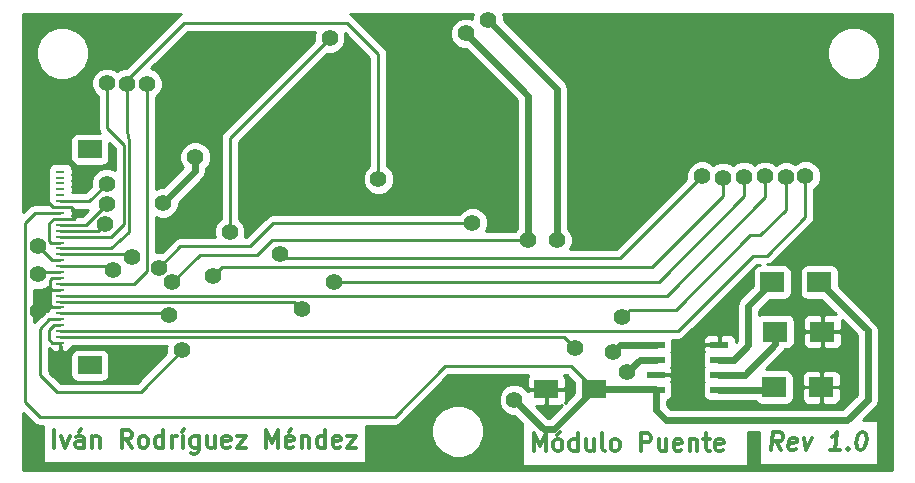
<source format=gbr>
G04 #@! TF.FileFunction,Copper,L1,Top,Signal*
%FSLAX46Y46*%
G04 Gerber Fmt 4.6, Leading zero omitted, Abs format (unit mm)*
G04 Created by KiCad (PCBNEW 4.0.7-e2-6376~60~ubuntu17.10.1) date Tue Apr 10 15:37:57 2018*
%MOMM*%
%LPD*%
G01*
G04 APERTURE LIST*
%ADD10C,0.100000*%
%ADD11C,0.300000*%
%ADD12R,2.000000X1.600000*%
%ADD13R,2.000000X1.700000*%
%ADD14R,0.800000X0.200000*%
%ADD15R,2.000000X1.500000*%
%ADD16R,1.550000X0.600000*%
%ADD17C,1.400000*%
%ADD18C,0.250000*%
%ADD19C,0.600000*%
%ADD20C,0.254000*%
G04 APERTURE END LIST*
D10*
D11*
X79853337Y22407489D02*
X79442622Y23121774D01*
X78996194Y22407489D02*
X79183694Y23907489D01*
X79755122Y23907489D01*
X79889051Y23836060D01*
X79951550Y23764631D01*
X80005122Y23621774D01*
X79978337Y23407489D01*
X79889050Y23264631D01*
X79808694Y23193203D01*
X79656907Y23121774D01*
X79085479Y23121774D01*
X81076550Y22478917D02*
X80924765Y22407489D01*
X80639051Y22407489D01*
X80505122Y22478917D01*
X80451550Y22621774D01*
X80522979Y23193203D01*
X80612265Y23336060D01*
X80764051Y23407489D01*
X81049765Y23407489D01*
X81183693Y23336060D01*
X81237265Y23193203D01*
X81219408Y23050346D01*
X80487265Y22907489D01*
X81764051Y23407489D02*
X81996194Y22407489D01*
X82478336Y23407489D01*
X84853336Y22407489D02*
X83996193Y22407489D01*
X84424765Y22407489D02*
X84612265Y23907489D01*
X84442622Y23693203D01*
X84281907Y23550346D01*
X84130121Y23478917D01*
X85514050Y22550346D02*
X85576549Y22478917D01*
X85496193Y22407489D01*
X85433692Y22478917D01*
X85514050Y22550346D01*
X85496193Y22407489D01*
X86683693Y23907489D02*
X86826550Y23907489D01*
X86960478Y23836060D01*
X87022978Y23764631D01*
X87076550Y23621774D01*
X87112264Y23336060D01*
X87067621Y22978917D01*
X86960479Y22693203D01*
X86871193Y22550346D01*
X86790835Y22478917D01*
X86639050Y22407489D01*
X86496193Y22407489D01*
X86362264Y22478917D01*
X86299764Y22550346D01*
X86246193Y22693203D01*
X86210478Y22978917D01*
X86255121Y23336060D01*
X86362264Y23621774D01*
X86451549Y23764631D01*
X86531907Y23836060D01*
X86683693Y23907489D01*
X58913832Y22316049D02*
X58913832Y23816049D01*
X59413832Y22744620D01*
X59913832Y23816049D01*
X59913832Y22316049D01*
X60842404Y22316049D02*
X60699546Y22387477D01*
X60628118Y22458906D01*
X60556689Y22601763D01*
X60556689Y23030334D01*
X60628118Y23173191D01*
X60699546Y23244620D01*
X60842404Y23316049D01*
X61056689Y23316049D01*
X61199546Y23244620D01*
X61270975Y23173191D01*
X61342404Y23030334D01*
X61342404Y22601763D01*
X61270975Y22458906D01*
X61199546Y22387477D01*
X61056689Y22316049D01*
X60842404Y22316049D01*
X61128118Y23887477D02*
X60913832Y23673191D01*
X62628118Y22316049D02*
X62628118Y23816049D01*
X62628118Y22387477D02*
X62485261Y22316049D01*
X62199547Y22316049D01*
X62056689Y22387477D01*
X61985261Y22458906D01*
X61913832Y22601763D01*
X61913832Y23030334D01*
X61985261Y23173191D01*
X62056689Y23244620D01*
X62199547Y23316049D01*
X62485261Y23316049D01*
X62628118Y23244620D01*
X63985261Y23316049D02*
X63985261Y22316049D01*
X63342404Y23316049D02*
X63342404Y22530334D01*
X63413832Y22387477D01*
X63556690Y22316049D01*
X63770975Y22316049D01*
X63913832Y22387477D01*
X63985261Y22458906D01*
X64913833Y22316049D02*
X64770975Y22387477D01*
X64699547Y22530334D01*
X64699547Y23816049D01*
X65699547Y22316049D02*
X65556689Y22387477D01*
X65485261Y22458906D01*
X65413832Y22601763D01*
X65413832Y23030334D01*
X65485261Y23173191D01*
X65556689Y23244620D01*
X65699547Y23316049D01*
X65913832Y23316049D01*
X66056689Y23244620D01*
X66128118Y23173191D01*
X66199547Y23030334D01*
X66199547Y22601763D01*
X66128118Y22458906D01*
X66056689Y22387477D01*
X65913832Y22316049D01*
X65699547Y22316049D01*
X67985261Y22316049D02*
X67985261Y23816049D01*
X68556689Y23816049D01*
X68699547Y23744620D01*
X68770975Y23673191D01*
X68842404Y23530334D01*
X68842404Y23316049D01*
X68770975Y23173191D01*
X68699547Y23101763D01*
X68556689Y23030334D01*
X67985261Y23030334D01*
X70128118Y23316049D02*
X70128118Y22316049D01*
X69485261Y23316049D02*
X69485261Y22530334D01*
X69556689Y22387477D01*
X69699547Y22316049D01*
X69913832Y22316049D01*
X70056689Y22387477D01*
X70128118Y22458906D01*
X71413832Y22387477D02*
X71270975Y22316049D01*
X70985261Y22316049D01*
X70842404Y22387477D01*
X70770975Y22530334D01*
X70770975Y23101763D01*
X70842404Y23244620D01*
X70985261Y23316049D01*
X71270975Y23316049D01*
X71413832Y23244620D01*
X71485261Y23101763D01*
X71485261Y22958906D01*
X70770975Y22816049D01*
X72128118Y23316049D02*
X72128118Y22316049D01*
X72128118Y23173191D02*
X72199546Y23244620D01*
X72342404Y23316049D01*
X72556689Y23316049D01*
X72699546Y23244620D01*
X72770975Y23101763D01*
X72770975Y22316049D01*
X73270975Y23316049D02*
X73842404Y23316049D01*
X73485261Y23816049D02*
X73485261Y22530334D01*
X73556689Y22387477D01*
X73699547Y22316049D01*
X73842404Y22316049D01*
X74913832Y22387477D02*
X74770975Y22316049D01*
X74485261Y22316049D01*
X74342404Y22387477D01*
X74270975Y22530334D01*
X74270975Y23101763D01*
X74342404Y23244620D01*
X74485261Y23316049D01*
X74770975Y23316049D01*
X74913832Y23244620D01*
X74985261Y23101763D01*
X74985261Y22958906D01*
X74270975Y22816049D01*
X18321974Y22585289D02*
X18321974Y24085289D01*
X18893403Y23585289D02*
X19250546Y22585289D01*
X19607688Y23585289D01*
X20821974Y22585289D02*
X20821974Y23371003D01*
X20750545Y23513860D01*
X20607688Y23585289D01*
X20321974Y23585289D01*
X20179117Y23513860D01*
X20821974Y22656717D02*
X20679117Y22585289D01*
X20321974Y22585289D01*
X20179117Y22656717D01*
X20107688Y22799574D01*
X20107688Y22942431D01*
X20179117Y23085289D01*
X20321974Y23156717D01*
X20679117Y23156717D01*
X20821974Y23228146D01*
X20607688Y24156717D02*
X20393403Y23942431D01*
X21536260Y23585289D02*
X21536260Y22585289D01*
X21536260Y23442431D02*
X21607688Y23513860D01*
X21750546Y23585289D01*
X21964831Y23585289D01*
X22107688Y23513860D01*
X22179117Y23371003D01*
X22179117Y22585289D01*
X24893403Y22585289D02*
X24393403Y23299574D01*
X24036260Y22585289D02*
X24036260Y24085289D01*
X24607688Y24085289D01*
X24750546Y24013860D01*
X24821974Y23942431D01*
X24893403Y23799574D01*
X24893403Y23585289D01*
X24821974Y23442431D01*
X24750546Y23371003D01*
X24607688Y23299574D01*
X24036260Y23299574D01*
X25750546Y22585289D02*
X25607688Y22656717D01*
X25536260Y22728146D01*
X25464831Y22871003D01*
X25464831Y23299574D01*
X25536260Y23442431D01*
X25607688Y23513860D01*
X25750546Y23585289D01*
X25964831Y23585289D01*
X26107688Y23513860D01*
X26179117Y23442431D01*
X26250546Y23299574D01*
X26250546Y22871003D01*
X26179117Y22728146D01*
X26107688Y22656717D01*
X25964831Y22585289D01*
X25750546Y22585289D01*
X27536260Y22585289D02*
X27536260Y24085289D01*
X27536260Y22656717D02*
X27393403Y22585289D01*
X27107689Y22585289D01*
X26964831Y22656717D01*
X26893403Y22728146D01*
X26821974Y22871003D01*
X26821974Y23299574D01*
X26893403Y23442431D01*
X26964831Y23513860D01*
X27107689Y23585289D01*
X27393403Y23585289D01*
X27536260Y23513860D01*
X28250546Y22585289D02*
X28250546Y23585289D01*
X28250546Y23299574D02*
X28321974Y23442431D01*
X28393403Y23513860D01*
X28536260Y23585289D01*
X28679117Y23585289D01*
X29179117Y22585289D02*
X29179117Y23585289D01*
X29321974Y24156717D02*
X29107688Y23942431D01*
X30536260Y23585289D02*
X30536260Y22371003D01*
X30464831Y22228146D01*
X30393403Y22156717D01*
X30250546Y22085289D01*
X30036260Y22085289D01*
X29893403Y22156717D01*
X30536260Y22656717D02*
X30393403Y22585289D01*
X30107689Y22585289D01*
X29964831Y22656717D01*
X29893403Y22728146D01*
X29821974Y22871003D01*
X29821974Y23299574D01*
X29893403Y23442431D01*
X29964831Y23513860D01*
X30107689Y23585289D01*
X30393403Y23585289D01*
X30536260Y23513860D01*
X31893403Y23585289D02*
X31893403Y22585289D01*
X31250546Y23585289D02*
X31250546Y22799574D01*
X31321974Y22656717D01*
X31464832Y22585289D01*
X31679117Y22585289D01*
X31821974Y22656717D01*
X31893403Y22728146D01*
X33179117Y22656717D02*
X33036260Y22585289D01*
X32750546Y22585289D01*
X32607689Y22656717D01*
X32536260Y22799574D01*
X32536260Y23371003D01*
X32607689Y23513860D01*
X32750546Y23585289D01*
X33036260Y23585289D01*
X33179117Y23513860D01*
X33250546Y23371003D01*
X33250546Y23228146D01*
X32536260Y23085289D01*
X33750546Y23585289D02*
X34536260Y23585289D01*
X33750546Y22585289D01*
X34536260Y22585289D01*
X36250546Y22585289D02*
X36250546Y24085289D01*
X36750546Y23013860D01*
X37250546Y24085289D01*
X37250546Y22585289D01*
X38536260Y22656717D02*
X38393403Y22585289D01*
X38107689Y22585289D01*
X37964832Y22656717D01*
X37893403Y22799574D01*
X37893403Y23371003D01*
X37964832Y23513860D01*
X38107689Y23585289D01*
X38393403Y23585289D01*
X38536260Y23513860D01*
X38607689Y23371003D01*
X38607689Y23228146D01*
X37893403Y23085289D01*
X38393403Y24156717D02*
X38179118Y23942431D01*
X39250546Y23585289D02*
X39250546Y22585289D01*
X39250546Y23442431D02*
X39321974Y23513860D01*
X39464832Y23585289D01*
X39679117Y23585289D01*
X39821974Y23513860D01*
X39893403Y23371003D01*
X39893403Y22585289D01*
X41250546Y22585289D02*
X41250546Y24085289D01*
X41250546Y22656717D02*
X41107689Y22585289D01*
X40821975Y22585289D01*
X40679117Y22656717D01*
X40607689Y22728146D01*
X40536260Y22871003D01*
X40536260Y23299574D01*
X40607689Y23442431D01*
X40679117Y23513860D01*
X40821975Y23585289D01*
X41107689Y23585289D01*
X41250546Y23513860D01*
X42536260Y22656717D02*
X42393403Y22585289D01*
X42107689Y22585289D01*
X41964832Y22656717D01*
X41893403Y22799574D01*
X41893403Y23371003D01*
X41964832Y23513860D01*
X42107689Y23585289D01*
X42393403Y23585289D01*
X42536260Y23513860D01*
X42607689Y23371003D01*
X42607689Y23228146D01*
X41893403Y23085289D01*
X43107689Y23585289D02*
X43893403Y23585289D01*
X43107689Y22585289D01*
X43893403Y22585289D01*
D12*
X63973460Y27531060D03*
X59973460Y27531060D03*
D13*
X79086960Y36598860D03*
X83086960Y36598860D03*
X79353660Y32420560D03*
X83353660Y32420560D03*
X79264760Y27708860D03*
X83264760Y27708860D03*
D14*
X18829020Y31457060D03*
X18829020Y31957060D03*
X18829020Y32457060D03*
X18829020Y32957060D03*
X18829020Y33457060D03*
X18829020Y33957060D03*
X18829020Y34457060D03*
X18829020Y34957060D03*
X18829020Y35457060D03*
X18829020Y35957060D03*
X18829020Y36457060D03*
X18829020Y36957060D03*
X18829020Y37457060D03*
X18829020Y37957060D03*
X18829020Y38457060D03*
X18829020Y38957060D03*
X18829020Y39457060D03*
X18829020Y39957060D03*
X18829020Y40457060D03*
X18829020Y40957060D03*
X18829020Y41457060D03*
X18829020Y41957060D03*
X18829020Y42457060D03*
X18829020Y42957060D03*
X18829020Y43457060D03*
X18829020Y43957060D03*
X18829020Y44457060D03*
X18829020Y44957060D03*
X18829020Y45457060D03*
X18829020Y45957060D03*
D15*
X21329020Y29557060D03*
X21329020Y47857060D03*
D16*
X74630260Y27492960D03*
X74630260Y28762960D03*
X74630260Y30032960D03*
X74630260Y31302960D03*
X69230260Y31302960D03*
X69230260Y30032960D03*
X69230260Y28762960D03*
X69230260Y27492960D03*
D17*
X18559780Y29065220D03*
X16913860Y34175700D03*
X31623000Y43515280D03*
X29052520Y49187100D03*
X18519140Y47594520D03*
X42478960Y44777660D03*
X36306760Y44891960D03*
X85239860Y41978580D03*
X80238600Y45499020D03*
X66408300Y33652460D03*
X62384940Y31026100D03*
X81912460Y45577760D03*
X73149460Y45577760D03*
X37449760Y38986460D03*
X29143960Y30833060D03*
X76730860Y45539660D03*
X39250620Y34323020D03*
X41988740Y36614100D03*
X78503780Y45554900D03*
X28270200Y36586160D03*
X16954500Y37256720D03*
X66824860Y28966160D03*
X58417460Y40190420D03*
X53146960Y57655460D03*
X53718460Y41615360D03*
X27175460Y37833300D03*
X23253700Y37670740D03*
X65605660Y30718760D03*
X60881260Y40167560D03*
X55034180Y58823860D03*
X24919940Y38768020D03*
X45760640Y45303440D03*
X24432260Y53398420D03*
X22793960Y53433980D03*
X30248860Y47177960D03*
X27515820Y43319700D03*
X22738080Y43207940D03*
X57261760Y26642060D03*
X22738080Y44940220D03*
X74957940Y45443140D03*
X31762700Y37117020D03*
X28000960Y33804860D03*
X26146760Y53406040D03*
X22644100Y41562020D03*
X33159700Y40833040D03*
X41633140Y57274460D03*
X16913860Y39641780D03*
D18*
X18829020Y34457060D02*
X17195220Y34457060D01*
X18829020Y29334460D02*
X18829020Y31457060D01*
X18559780Y29065220D02*
X18829020Y29334460D01*
X17195220Y34457060D02*
X16913860Y34175700D01*
X18829020Y42957060D02*
X18185820Y42957060D01*
X31623000Y48153320D02*
X31623000Y43515280D01*
X30924500Y48851820D02*
X31623000Y48153320D01*
X29387800Y48851820D02*
X30924500Y48851820D01*
X29052520Y49187100D02*
X29387800Y48851820D01*
X17541240Y46616620D02*
X18519140Y47594520D01*
X17541240Y43601640D02*
X17541240Y46616620D01*
X18185820Y42957060D02*
X17541240Y43601640D01*
X36306760Y44891960D02*
X36421060Y44777660D01*
X36421060Y44777660D02*
X42478960Y44777660D01*
X85239860Y41978580D02*
X85183980Y41978580D01*
X18829020Y31457060D02*
X18161840Y31457060D01*
X18161840Y31457060D02*
X17871440Y31747460D01*
X17871440Y31747460D02*
X17871440Y32537400D01*
X17871440Y32537400D02*
X18291100Y32957060D01*
X18291100Y32957060D02*
X18829020Y32957060D01*
X17940020Y36111180D02*
X17940020Y34648140D01*
X18131100Y34457060D02*
X18829020Y34457060D01*
X17940020Y34648140D02*
X18131100Y34457060D01*
X18829020Y35957060D02*
X18094140Y35957060D01*
X18107720Y36957060D02*
X18829020Y36957060D01*
X17940020Y36789360D02*
X18107720Y36957060D01*
X17940020Y36111180D02*
X17940020Y36789360D01*
X18094140Y35957060D02*
X17940020Y36111180D01*
X18829020Y41957060D02*
X18284260Y41957060D01*
X18065898Y39907062D02*
X18829020Y39907062D01*
X17904460Y40068500D02*
X18065898Y39907062D01*
X17904460Y41577260D02*
X17904460Y40068500D01*
X18284260Y41957060D02*
X17904460Y41577260D01*
X18829020Y39907062D02*
X18829020Y39957060D01*
X18829020Y42957060D02*
X19770780Y42957060D01*
X19942880Y41957060D02*
X18829020Y41957060D01*
X20180300Y42194480D02*
X19942880Y41957060D01*
X20180300Y42547540D02*
X20180300Y42194480D01*
X19770780Y42957060D02*
X20180300Y42547540D01*
X18829020Y31957060D02*
X61453980Y31957060D01*
X80238600Y42732960D02*
X80238600Y45499020D01*
X78087220Y40581580D02*
X80238600Y42732960D01*
X77249020Y40581580D02*
X78087220Y40581580D01*
X70934580Y34267140D02*
X77249020Y40581580D01*
X67022980Y34267140D02*
X70934580Y34267140D01*
X66408300Y33652460D02*
X67022980Y34267140D01*
X61453980Y31957060D02*
X62384940Y31026100D01*
X81912460Y45577760D02*
X81912460Y42115740D01*
X71080300Y32457060D02*
X18829020Y32457060D01*
X77472540Y38849300D02*
X71080300Y32457060D01*
X78646020Y38849300D02*
X77472540Y38849300D01*
X81912460Y42115740D02*
X78646020Y38849300D01*
X81912460Y45577760D02*
X81912460Y45539660D01*
X18829020Y33457060D02*
X17899560Y33457060D01*
X66215260Y38643560D02*
X73149460Y45577760D01*
X37792660Y38643560D02*
X66215260Y38643560D01*
X37449760Y38986460D02*
X37792660Y38643560D01*
X25638760Y27327860D02*
X29143960Y30833060D01*
X18552160Y27327860D02*
X25638760Y27327860D01*
X17104360Y28775660D02*
X18552160Y27327860D01*
X17104360Y32661860D02*
X17104360Y28775660D01*
X17899560Y33457060D02*
X17104360Y32661860D01*
X76730860Y45539660D02*
X76730860Y43863260D01*
X38616580Y34957060D02*
X18829020Y34957060D01*
X39250620Y34323020D02*
X38616580Y34957060D01*
X69481700Y36614100D02*
X41988740Y36614100D01*
X76730860Y43863260D02*
X69481700Y36614100D01*
X78503780Y45554900D02*
X78503780Y43769280D01*
X70191560Y35457060D02*
X18829020Y35457060D01*
X78503780Y43769280D02*
X70191560Y35457060D01*
X18829020Y37457060D02*
X17154840Y37457060D01*
X36736020Y40190420D02*
X58417460Y40190420D01*
X35478720Y38933120D02*
X36736020Y40190420D01*
X30617160Y38933120D02*
X35478720Y38933120D01*
X28270200Y36586160D02*
X30617160Y38933120D01*
X17154840Y37457060D02*
X16954500Y37256720D01*
D19*
X67891660Y30032960D02*
X69230260Y30032960D01*
X66824860Y28966160D02*
X67891660Y30032960D01*
X58417460Y52384960D02*
X58417460Y40190420D01*
X53146960Y57655460D02*
X58417460Y52384960D01*
D18*
X18829020Y37957060D02*
X22967380Y37957060D01*
X36847780Y41615360D02*
X53718460Y41615360D01*
X34864040Y39631620D02*
X36847780Y41615360D01*
X28973780Y39631620D02*
X34864040Y39631620D01*
X27175460Y37833300D02*
X28973780Y39631620D01*
X22967380Y37957060D02*
X23253700Y37670740D01*
D19*
X66189860Y31302960D02*
X69230260Y31302960D01*
X65605660Y30718760D02*
X66189860Y31302960D01*
X60881260Y52976780D02*
X60881260Y40167560D01*
X55034180Y58823860D02*
X60881260Y52976780D01*
D18*
X18829020Y38957060D02*
X24730900Y38957060D01*
X24730900Y38957060D02*
X24919940Y38768020D01*
X24432260Y53398420D02*
X24432260Y53675280D01*
X45760640Y55897780D02*
X45760640Y45303440D01*
X43088560Y58569860D02*
X45760640Y55897780D01*
X29326840Y58569860D02*
X43088560Y58569860D01*
X24432260Y53675280D02*
X29326840Y58569860D01*
X24432260Y53398420D02*
X24432260Y49420780D01*
X23111460Y39457060D02*
X18829020Y39457060D01*
X24655780Y40840660D02*
X23111460Y39457060D01*
X24670990Y48557090D02*
X24655780Y40840660D01*
X24432260Y49420780D02*
X24670990Y48557090D01*
X22793960Y53433980D02*
X22793960Y49641760D01*
X23113940Y40457060D02*
X18829020Y40457060D01*
X24190960Y41534080D02*
X23113940Y40457060D01*
X24190960Y48244760D02*
X24190960Y41534080D01*
X22793960Y49641760D02*
X24190960Y48244760D01*
X18829020Y41457060D02*
X20987200Y41457060D01*
D19*
X30248860Y46052740D02*
X30248860Y47177960D01*
X27515820Y43319700D02*
X30248860Y46052740D01*
D18*
X20987200Y41457060D02*
X22738080Y43207940D01*
D19*
X60607960Y24165560D02*
X63973460Y27531060D01*
X59738260Y24165560D02*
X60607960Y24165560D01*
X57261760Y26642060D02*
X59738260Y24165560D01*
D18*
X18829020Y42457060D02*
X16650660Y42457060D01*
X62043060Y29461460D02*
X63973460Y27531060D01*
X51368960Y29461460D02*
X62043060Y29461460D01*
X47127160Y25219660D02*
X51368960Y29461460D01*
X17078960Y25219660D02*
X47127160Y25219660D01*
X15836900Y26461720D02*
X17078960Y25219660D01*
X15836900Y41643300D02*
X15836900Y26461720D01*
X16650660Y42457060D02*
X15836900Y41643300D01*
D19*
X69230260Y27492960D02*
X69230260Y25798760D01*
X87170260Y32515560D02*
X83086960Y36598860D01*
X87170260Y26642060D02*
X87170260Y32515560D01*
X85417660Y24889460D02*
X87170260Y26642060D01*
X70139560Y24889460D02*
X85417660Y24889460D01*
X69230260Y25798760D02*
X70139560Y24889460D01*
X63973460Y27531060D02*
X69192160Y27531060D01*
X69192160Y27531060D02*
X69230260Y27492960D01*
D18*
X18829020Y43457060D02*
X21254920Y43457060D01*
X21254920Y43457060D02*
X22738080Y44940220D01*
D19*
X74630260Y27492960D02*
X79048860Y27492960D01*
X79048860Y27492960D02*
X79264760Y27708860D01*
X79353660Y32420560D02*
X79353660Y31322260D01*
X76794360Y28762960D02*
X74630260Y28762960D01*
X79353660Y31322260D02*
X76794360Y28762960D01*
X74630260Y30032960D02*
X75854560Y30032960D01*
X77073760Y34585660D02*
X79086960Y36598860D01*
X77073760Y31252160D02*
X77073760Y34585660D01*
X75854560Y30032960D02*
X77073760Y31252160D01*
D18*
X18829020Y33957060D02*
X27848760Y33957060D01*
X74957940Y43878500D02*
X74957940Y45443140D01*
X68922900Y37843460D02*
X74957940Y43878500D01*
X32489140Y37843460D02*
X68922900Y37843460D01*
X31762700Y37117020D02*
X32489140Y37843460D01*
X27848760Y33957060D02*
X28000960Y33804860D01*
X25090560Y36457060D02*
X18829020Y36457060D01*
X26146760Y37513260D02*
X25090560Y36457060D01*
X26146760Y53406040D02*
X26146760Y37513260D01*
X22039140Y40957060D02*
X18829020Y40957060D01*
X22644100Y41562020D02*
X22039140Y40957060D01*
X33159700Y48801020D02*
X33159700Y40833040D01*
X41633140Y57274460D02*
X33159700Y48801020D01*
X18829020Y40907062D02*
X18829020Y40957060D01*
X18098580Y38457060D02*
X18829020Y38457060D01*
X16913860Y39641780D02*
X18098580Y38457060D01*
D20*
G36*
X89271060Y20697060D02*
X15691060Y20697060D01*
X15691060Y25532758D01*
X16541559Y24682259D01*
X16788121Y24517512D01*
X17078960Y24459660D01*
X17329831Y24459660D01*
X17329831Y21278860D01*
X44742689Y21278860D01*
X44742689Y23544441D01*
X50245673Y23544441D01*
X50585215Y22722688D01*
X51213381Y22093424D01*
X52034541Y21752449D01*
X52923679Y21751673D01*
X53745432Y22091215D01*
X54374696Y22719381D01*
X54715671Y23540541D01*
X54716447Y24429679D01*
X54376905Y25251432D01*
X53748739Y25880696D01*
X52927579Y26221671D01*
X52038441Y26222447D01*
X51216688Y25882905D01*
X50587424Y25254739D01*
X50246449Y24433579D01*
X50245673Y23544441D01*
X44742689Y23544441D01*
X44742689Y24459660D01*
X47127160Y24459660D01*
X47417999Y24517512D01*
X47664561Y24682259D01*
X51683762Y28701460D01*
X58445834Y28701460D01*
X58435133Y28690759D01*
X58338460Y28457370D01*
X58338460Y27712810D01*
X58497210Y27554060D01*
X59950460Y27554060D01*
X59950460Y27574060D01*
X59996460Y27574060D01*
X59996460Y27554060D01*
X61449710Y27554060D01*
X61608460Y27712810D01*
X61608460Y28457370D01*
X61511787Y28690759D01*
X61501086Y28701460D01*
X61728258Y28701460D01*
X62326020Y28103698D01*
X62326020Y27205910D01*
X61526153Y26406043D01*
X61608460Y26604750D01*
X61608460Y27349310D01*
X61449710Y27508060D01*
X59996460Y27508060D01*
X59996460Y26254810D01*
X60155210Y26096060D01*
X61099769Y26096060D01*
X61298478Y26178368D01*
X60220670Y25100560D01*
X60125550Y25100560D01*
X59130050Y26096060D01*
X59791710Y26096060D01*
X59950460Y26254810D01*
X59950460Y27508060D01*
X58497210Y27508060D01*
X58390312Y27401162D01*
X58018964Y27773158D01*
X57528473Y27976828D01*
X56997377Y27977291D01*
X56506531Y27774478D01*
X56130662Y27399264D01*
X55926992Y26908773D01*
X55926529Y26377677D01*
X56129342Y25886831D01*
X56504556Y25510962D01*
X56995047Y25307292D01*
X57274482Y25307048D01*
X57921689Y24659841D01*
X57921689Y21009620D01*
X77048832Y21009620D01*
X77048832Y23954460D01*
X77995122Y23954460D01*
X77995122Y21101060D01*
X88095478Y21101060D01*
X88095478Y24921060D01*
X86771550Y24921060D01*
X87831405Y25980915D01*
X88034087Y26284251D01*
X88105260Y26642060D01*
X88105260Y32515560D01*
X88034087Y32873369D01*
X87831405Y33176705D01*
X84734400Y36273710D01*
X84734400Y37448860D01*
X84690122Y37684177D01*
X84551050Y37900301D01*
X84338850Y38045291D01*
X84086960Y38096300D01*
X82086960Y38096300D01*
X81851643Y38052022D01*
X81635519Y37912950D01*
X81490529Y37700750D01*
X81439520Y37448860D01*
X81439520Y35748860D01*
X81483798Y35513543D01*
X81622870Y35297419D01*
X81835070Y35152429D01*
X82086960Y35101420D01*
X83262110Y35101420D01*
X84457970Y33905560D01*
X83535410Y33905560D01*
X83376660Y33746810D01*
X83376660Y32443560D01*
X84829910Y32443560D01*
X84988660Y32602310D01*
X84988660Y33374870D01*
X86235260Y32128270D01*
X86235260Y27029350D01*
X85030370Y25824460D01*
X70526850Y25824460D01*
X70165260Y26186050D01*
X70165260Y26575626D01*
X70240577Y26589798D01*
X70456701Y26728870D01*
X70601691Y26941070D01*
X70652700Y27192960D01*
X70652700Y27792960D01*
X70608422Y28028277D01*
X70550082Y28118940D01*
X70640260Y28336650D01*
X70640260Y28581210D01*
X70481510Y28739960D01*
X69253260Y28739960D01*
X69253260Y28719960D01*
X69207260Y28719960D01*
X69207260Y28739960D01*
X69187260Y28739960D01*
X69187260Y28785960D01*
X69207260Y28785960D01*
X69207260Y28805960D01*
X69253260Y28805960D01*
X69253260Y28785960D01*
X70481510Y28785960D01*
X70640260Y28944710D01*
X70640260Y29189270D01*
X70550454Y29406082D01*
X70601691Y29481070D01*
X70652700Y29732960D01*
X70652700Y30332960D01*
X70608422Y30568277D01*
X70544582Y30667488D01*
X70601691Y30751070D01*
X70652700Y31002960D01*
X70652700Y31602960D01*
X70634994Y31697060D01*
X71080300Y31697060D01*
X71242229Y31729270D01*
X73220260Y31729270D01*
X73220260Y31484710D01*
X73379010Y31325960D01*
X74607260Y31325960D01*
X74607260Y32079210D01*
X74448510Y32237960D01*
X73728951Y32237960D01*
X73495562Y32141287D01*
X73316933Y31962659D01*
X73220260Y31729270D01*
X71242229Y31729270D01*
X71371139Y31754912D01*
X71617701Y31919659D01*
X77787343Y38089300D01*
X78049758Y38089300D01*
X77851643Y38052022D01*
X77635519Y37912950D01*
X77490529Y37700750D01*
X77439520Y37448860D01*
X77439520Y36273710D01*
X76412615Y35246805D01*
X76209933Y34943469D01*
X76138760Y34585660D01*
X76138760Y31639450D01*
X76040260Y31540950D01*
X76040260Y31729270D01*
X75943587Y31962659D01*
X75764958Y32141287D01*
X75531569Y32237960D01*
X74812010Y32237960D01*
X74653260Y32079210D01*
X74653260Y31325960D01*
X74673260Y31325960D01*
X74673260Y31279960D01*
X74653260Y31279960D01*
X74653260Y31259960D01*
X74607260Y31259960D01*
X74607260Y31279960D01*
X73379010Y31279960D01*
X73220260Y31121210D01*
X73220260Y30876650D01*
X73310066Y30659838D01*
X73258829Y30584850D01*
X73207820Y30332960D01*
X73207820Y29732960D01*
X73252098Y29497643D01*
X73315938Y29398432D01*
X73258829Y29314850D01*
X73207820Y29062960D01*
X73207820Y28462960D01*
X73252098Y28227643D01*
X73315938Y28128432D01*
X73258829Y28044850D01*
X73207820Y27792960D01*
X73207820Y27192960D01*
X73252098Y26957643D01*
X73391170Y26741519D01*
X73603370Y26596529D01*
X73855260Y26545520D01*
X75405260Y26545520D01*
X75471373Y26557960D01*
X77703800Y26557960D01*
X77800670Y26407419D01*
X78012870Y26262429D01*
X78264760Y26211420D01*
X80264760Y26211420D01*
X80500077Y26255698D01*
X80716201Y26394770D01*
X80861191Y26606970D01*
X80912200Y26858860D01*
X80912200Y27527110D01*
X81629760Y27527110D01*
X81629760Y26732550D01*
X81726433Y26499161D01*
X81905062Y26320533D01*
X82138451Y26223860D01*
X83083010Y26223860D01*
X83241760Y26382610D01*
X83241760Y27685860D01*
X83287760Y27685860D01*
X83287760Y26382610D01*
X83446510Y26223860D01*
X84391069Y26223860D01*
X84624458Y26320533D01*
X84803087Y26499161D01*
X84899760Y26732550D01*
X84899760Y27527110D01*
X84741010Y27685860D01*
X83287760Y27685860D01*
X83241760Y27685860D01*
X81788510Y27685860D01*
X81629760Y27527110D01*
X80912200Y27527110D01*
X80912200Y28558860D01*
X80888434Y28685170D01*
X81629760Y28685170D01*
X81629760Y27890610D01*
X81788510Y27731860D01*
X83241760Y27731860D01*
X83241760Y29035110D01*
X83287760Y29035110D01*
X83287760Y27731860D01*
X84741010Y27731860D01*
X84899760Y27890610D01*
X84899760Y28685170D01*
X84803087Y28918559D01*
X84624458Y29097187D01*
X84391069Y29193860D01*
X83446510Y29193860D01*
X83287760Y29035110D01*
X83241760Y29035110D01*
X83083010Y29193860D01*
X82138451Y29193860D01*
X81905062Y29097187D01*
X81726433Y28918559D01*
X81629760Y28685170D01*
X80888434Y28685170D01*
X80867922Y28794177D01*
X80728850Y29010301D01*
X80516650Y29155291D01*
X80264760Y29206300D01*
X78559990Y29206300D01*
X80014805Y30661115D01*
X80189871Y30923120D01*
X80353660Y30923120D01*
X80588977Y30967398D01*
X80805101Y31106470D01*
X80950091Y31318670D01*
X81001100Y31570560D01*
X81001100Y32238810D01*
X81718660Y32238810D01*
X81718660Y31444250D01*
X81815333Y31210861D01*
X81993962Y31032233D01*
X82227351Y30935560D01*
X83171910Y30935560D01*
X83330660Y31094310D01*
X83330660Y32397560D01*
X83376660Y32397560D01*
X83376660Y31094310D01*
X83535410Y30935560D01*
X84479969Y30935560D01*
X84713358Y31032233D01*
X84891987Y31210861D01*
X84988660Y31444250D01*
X84988660Y32238810D01*
X84829910Y32397560D01*
X83376660Y32397560D01*
X83330660Y32397560D01*
X81877410Y32397560D01*
X81718660Y32238810D01*
X81001100Y32238810D01*
X81001100Y33270560D01*
X80977334Y33396870D01*
X81718660Y33396870D01*
X81718660Y32602310D01*
X81877410Y32443560D01*
X83330660Y32443560D01*
X83330660Y33746810D01*
X83171910Y33905560D01*
X82227351Y33905560D01*
X81993962Y33808887D01*
X81815333Y33630259D01*
X81718660Y33396870D01*
X80977334Y33396870D01*
X80956822Y33505877D01*
X80817750Y33722001D01*
X80605550Y33866991D01*
X80353660Y33918000D01*
X78353660Y33918000D01*
X78118343Y33873722D01*
X78008760Y33803207D01*
X78008760Y34198370D01*
X78911810Y35101420D01*
X80086960Y35101420D01*
X80322277Y35145698D01*
X80538401Y35284770D01*
X80683391Y35496970D01*
X80734400Y35748860D01*
X80734400Y37448860D01*
X80690122Y37684177D01*
X80551050Y37900301D01*
X80338850Y38045291D01*
X80086960Y38096300D01*
X78681211Y38096300D01*
X78936859Y38147152D01*
X79183421Y38311899D01*
X82449861Y41578339D01*
X82614608Y41824901D01*
X82672460Y42115740D01*
X82672460Y44450105D01*
X83043558Y44820556D01*
X83247228Y45311047D01*
X83247691Y45842143D01*
X83044878Y46332989D01*
X82669664Y46708858D01*
X82179173Y46912528D01*
X81648077Y46912991D01*
X81157231Y46710178D01*
X81036347Y46589504D01*
X80995804Y46630118D01*
X80505313Y46833788D01*
X79974217Y46834251D01*
X79483371Y46631438D01*
X79399264Y46547477D01*
X79260984Y46685998D01*
X78770493Y46889668D01*
X78239397Y46890131D01*
X77748551Y46687318D01*
X77609800Y46548809D01*
X77488064Y46670758D01*
X76997573Y46874428D01*
X76466477Y46874891D01*
X75975631Y46672078D01*
X75796240Y46493000D01*
X75715144Y46574238D01*
X75224653Y46777908D01*
X74693557Y46778371D01*
X74202711Y46575558D01*
X74121079Y46494068D01*
X73906664Y46708858D01*
X73416173Y46912528D01*
X72885077Y46912991D01*
X72394231Y46710178D01*
X72018362Y46334964D01*
X71814692Y45844473D01*
X71814232Y45317334D01*
X65900458Y39403560D01*
X62005550Y39403560D01*
X62012358Y39410356D01*
X62216028Y39900847D01*
X62216491Y40431943D01*
X62013678Y40922789D01*
X61816260Y41120552D01*
X61816260Y52976780D01*
X61745087Y53334589D01*
X61542405Y53637925D01*
X59635889Y55544441D01*
X83745673Y55544441D01*
X84085215Y54722688D01*
X84713381Y54093424D01*
X85534541Y53752449D01*
X86423679Y53751673D01*
X87245432Y54091215D01*
X87874696Y54719381D01*
X88215671Y55540541D01*
X88216447Y56429679D01*
X87876905Y57251432D01*
X87248739Y57880696D01*
X86427579Y58221671D01*
X85538441Y58222447D01*
X84716688Y57882905D01*
X84087424Y57254739D01*
X83746449Y56433579D01*
X83745673Y55544441D01*
X59635889Y55544441D01*
X56369169Y58811161D01*
X56369411Y59088243D01*
X56291394Y59277060D01*
X89271060Y59277060D01*
X89271060Y20697060D01*
X89271060Y20697060D01*
G37*
X89271060Y20697060D02*
X15691060Y20697060D01*
X15691060Y25532758D01*
X16541559Y24682259D01*
X16788121Y24517512D01*
X17078960Y24459660D01*
X17329831Y24459660D01*
X17329831Y21278860D01*
X44742689Y21278860D01*
X44742689Y23544441D01*
X50245673Y23544441D01*
X50585215Y22722688D01*
X51213381Y22093424D01*
X52034541Y21752449D01*
X52923679Y21751673D01*
X53745432Y22091215D01*
X54374696Y22719381D01*
X54715671Y23540541D01*
X54716447Y24429679D01*
X54376905Y25251432D01*
X53748739Y25880696D01*
X52927579Y26221671D01*
X52038441Y26222447D01*
X51216688Y25882905D01*
X50587424Y25254739D01*
X50246449Y24433579D01*
X50245673Y23544441D01*
X44742689Y23544441D01*
X44742689Y24459660D01*
X47127160Y24459660D01*
X47417999Y24517512D01*
X47664561Y24682259D01*
X51683762Y28701460D01*
X58445834Y28701460D01*
X58435133Y28690759D01*
X58338460Y28457370D01*
X58338460Y27712810D01*
X58497210Y27554060D01*
X59950460Y27554060D01*
X59950460Y27574060D01*
X59996460Y27574060D01*
X59996460Y27554060D01*
X61449710Y27554060D01*
X61608460Y27712810D01*
X61608460Y28457370D01*
X61511787Y28690759D01*
X61501086Y28701460D01*
X61728258Y28701460D01*
X62326020Y28103698D01*
X62326020Y27205910D01*
X61526153Y26406043D01*
X61608460Y26604750D01*
X61608460Y27349310D01*
X61449710Y27508060D01*
X59996460Y27508060D01*
X59996460Y26254810D01*
X60155210Y26096060D01*
X61099769Y26096060D01*
X61298478Y26178368D01*
X60220670Y25100560D01*
X60125550Y25100560D01*
X59130050Y26096060D01*
X59791710Y26096060D01*
X59950460Y26254810D01*
X59950460Y27508060D01*
X58497210Y27508060D01*
X58390312Y27401162D01*
X58018964Y27773158D01*
X57528473Y27976828D01*
X56997377Y27977291D01*
X56506531Y27774478D01*
X56130662Y27399264D01*
X55926992Y26908773D01*
X55926529Y26377677D01*
X56129342Y25886831D01*
X56504556Y25510962D01*
X56995047Y25307292D01*
X57274482Y25307048D01*
X57921689Y24659841D01*
X57921689Y21009620D01*
X77048832Y21009620D01*
X77048832Y23954460D01*
X77995122Y23954460D01*
X77995122Y21101060D01*
X88095478Y21101060D01*
X88095478Y24921060D01*
X86771550Y24921060D01*
X87831405Y25980915D01*
X88034087Y26284251D01*
X88105260Y26642060D01*
X88105260Y32515560D01*
X88034087Y32873369D01*
X87831405Y33176705D01*
X84734400Y36273710D01*
X84734400Y37448860D01*
X84690122Y37684177D01*
X84551050Y37900301D01*
X84338850Y38045291D01*
X84086960Y38096300D01*
X82086960Y38096300D01*
X81851643Y38052022D01*
X81635519Y37912950D01*
X81490529Y37700750D01*
X81439520Y37448860D01*
X81439520Y35748860D01*
X81483798Y35513543D01*
X81622870Y35297419D01*
X81835070Y35152429D01*
X82086960Y35101420D01*
X83262110Y35101420D01*
X84457970Y33905560D01*
X83535410Y33905560D01*
X83376660Y33746810D01*
X83376660Y32443560D01*
X84829910Y32443560D01*
X84988660Y32602310D01*
X84988660Y33374870D01*
X86235260Y32128270D01*
X86235260Y27029350D01*
X85030370Y25824460D01*
X70526850Y25824460D01*
X70165260Y26186050D01*
X70165260Y26575626D01*
X70240577Y26589798D01*
X70456701Y26728870D01*
X70601691Y26941070D01*
X70652700Y27192960D01*
X70652700Y27792960D01*
X70608422Y28028277D01*
X70550082Y28118940D01*
X70640260Y28336650D01*
X70640260Y28581210D01*
X70481510Y28739960D01*
X69253260Y28739960D01*
X69253260Y28719960D01*
X69207260Y28719960D01*
X69207260Y28739960D01*
X69187260Y28739960D01*
X69187260Y28785960D01*
X69207260Y28785960D01*
X69207260Y28805960D01*
X69253260Y28805960D01*
X69253260Y28785960D01*
X70481510Y28785960D01*
X70640260Y28944710D01*
X70640260Y29189270D01*
X70550454Y29406082D01*
X70601691Y29481070D01*
X70652700Y29732960D01*
X70652700Y30332960D01*
X70608422Y30568277D01*
X70544582Y30667488D01*
X70601691Y30751070D01*
X70652700Y31002960D01*
X70652700Y31602960D01*
X70634994Y31697060D01*
X71080300Y31697060D01*
X71242229Y31729270D01*
X73220260Y31729270D01*
X73220260Y31484710D01*
X73379010Y31325960D01*
X74607260Y31325960D01*
X74607260Y32079210D01*
X74448510Y32237960D01*
X73728951Y32237960D01*
X73495562Y32141287D01*
X73316933Y31962659D01*
X73220260Y31729270D01*
X71242229Y31729270D01*
X71371139Y31754912D01*
X71617701Y31919659D01*
X77787343Y38089300D01*
X78049758Y38089300D01*
X77851643Y38052022D01*
X77635519Y37912950D01*
X77490529Y37700750D01*
X77439520Y37448860D01*
X77439520Y36273710D01*
X76412615Y35246805D01*
X76209933Y34943469D01*
X76138760Y34585660D01*
X76138760Y31639450D01*
X76040260Y31540950D01*
X76040260Y31729270D01*
X75943587Y31962659D01*
X75764958Y32141287D01*
X75531569Y32237960D01*
X74812010Y32237960D01*
X74653260Y32079210D01*
X74653260Y31325960D01*
X74673260Y31325960D01*
X74673260Y31279960D01*
X74653260Y31279960D01*
X74653260Y31259960D01*
X74607260Y31259960D01*
X74607260Y31279960D01*
X73379010Y31279960D01*
X73220260Y31121210D01*
X73220260Y30876650D01*
X73310066Y30659838D01*
X73258829Y30584850D01*
X73207820Y30332960D01*
X73207820Y29732960D01*
X73252098Y29497643D01*
X73315938Y29398432D01*
X73258829Y29314850D01*
X73207820Y29062960D01*
X73207820Y28462960D01*
X73252098Y28227643D01*
X73315938Y28128432D01*
X73258829Y28044850D01*
X73207820Y27792960D01*
X73207820Y27192960D01*
X73252098Y26957643D01*
X73391170Y26741519D01*
X73603370Y26596529D01*
X73855260Y26545520D01*
X75405260Y26545520D01*
X75471373Y26557960D01*
X77703800Y26557960D01*
X77800670Y26407419D01*
X78012870Y26262429D01*
X78264760Y26211420D01*
X80264760Y26211420D01*
X80500077Y26255698D01*
X80716201Y26394770D01*
X80861191Y26606970D01*
X80912200Y26858860D01*
X80912200Y27527110D01*
X81629760Y27527110D01*
X81629760Y26732550D01*
X81726433Y26499161D01*
X81905062Y26320533D01*
X82138451Y26223860D01*
X83083010Y26223860D01*
X83241760Y26382610D01*
X83241760Y27685860D01*
X83287760Y27685860D01*
X83287760Y26382610D01*
X83446510Y26223860D01*
X84391069Y26223860D01*
X84624458Y26320533D01*
X84803087Y26499161D01*
X84899760Y26732550D01*
X84899760Y27527110D01*
X84741010Y27685860D01*
X83287760Y27685860D01*
X83241760Y27685860D01*
X81788510Y27685860D01*
X81629760Y27527110D01*
X80912200Y27527110D01*
X80912200Y28558860D01*
X80888434Y28685170D01*
X81629760Y28685170D01*
X81629760Y27890610D01*
X81788510Y27731860D01*
X83241760Y27731860D01*
X83241760Y29035110D01*
X83287760Y29035110D01*
X83287760Y27731860D01*
X84741010Y27731860D01*
X84899760Y27890610D01*
X84899760Y28685170D01*
X84803087Y28918559D01*
X84624458Y29097187D01*
X84391069Y29193860D01*
X83446510Y29193860D01*
X83287760Y29035110D01*
X83241760Y29035110D01*
X83083010Y29193860D01*
X82138451Y29193860D01*
X81905062Y29097187D01*
X81726433Y28918559D01*
X81629760Y28685170D01*
X80888434Y28685170D01*
X80867922Y28794177D01*
X80728850Y29010301D01*
X80516650Y29155291D01*
X80264760Y29206300D01*
X78559990Y29206300D01*
X80014805Y30661115D01*
X80189871Y30923120D01*
X80353660Y30923120D01*
X80588977Y30967398D01*
X80805101Y31106470D01*
X80950091Y31318670D01*
X81001100Y31570560D01*
X81001100Y32238810D01*
X81718660Y32238810D01*
X81718660Y31444250D01*
X81815333Y31210861D01*
X81993962Y31032233D01*
X82227351Y30935560D01*
X83171910Y30935560D01*
X83330660Y31094310D01*
X83330660Y32397560D01*
X83376660Y32397560D01*
X83376660Y31094310D01*
X83535410Y30935560D01*
X84479969Y30935560D01*
X84713358Y31032233D01*
X84891987Y31210861D01*
X84988660Y31444250D01*
X84988660Y32238810D01*
X84829910Y32397560D01*
X83376660Y32397560D01*
X83330660Y32397560D01*
X81877410Y32397560D01*
X81718660Y32238810D01*
X81001100Y32238810D01*
X81001100Y33270560D01*
X80977334Y33396870D01*
X81718660Y33396870D01*
X81718660Y32602310D01*
X81877410Y32443560D01*
X83330660Y32443560D01*
X83330660Y33746810D01*
X83171910Y33905560D01*
X82227351Y33905560D01*
X81993962Y33808887D01*
X81815333Y33630259D01*
X81718660Y33396870D01*
X80977334Y33396870D01*
X80956822Y33505877D01*
X80817750Y33722001D01*
X80605550Y33866991D01*
X80353660Y33918000D01*
X78353660Y33918000D01*
X78118343Y33873722D01*
X78008760Y33803207D01*
X78008760Y34198370D01*
X78911810Y35101420D01*
X80086960Y35101420D01*
X80322277Y35145698D01*
X80538401Y35284770D01*
X80683391Y35496970D01*
X80734400Y35748860D01*
X80734400Y37448860D01*
X80690122Y37684177D01*
X80551050Y37900301D01*
X80338850Y38045291D01*
X80086960Y38096300D01*
X78681211Y38096300D01*
X78936859Y38147152D01*
X79183421Y38311899D01*
X82449861Y41578339D01*
X82614608Y41824901D01*
X82672460Y42115740D01*
X82672460Y44450105D01*
X83043558Y44820556D01*
X83247228Y45311047D01*
X83247691Y45842143D01*
X83044878Y46332989D01*
X82669664Y46708858D01*
X82179173Y46912528D01*
X81648077Y46912991D01*
X81157231Y46710178D01*
X81036347Y46589504D01*
X80995804Y46630118D01*
X80505313Y46833788D01*
X79974217Y46834251D01*
X79483371Y46631438D01*
X79399264Y46547477D01*
X79260984Y46685998D01*
X78770493Y46889668D01*
X78239397Y46890131D01*
X77748551Y46687318D01*
X77609800Y46548809D01*
X77488064Y46670758D01*
X76997573Y46874428D01*
X76466477Y46874891D01*
X75975631Y46672078D01*
X75796240Y46493000D01*
X75715144Y46574238D01*
X75224653Y46777908D01*
X74693557Y46778371D01*
X74202711Y46575558D01*
X74121079Y46494068D01*
X73906664Y46708858D01*
X73416173Y46912528D01*
X72885077Y46912991D01*
X72394231Y46710178D01*
X72018362Y46334964D01*
X71814692Y45844473D01*
X71814232Y45317334D01*
X65900458Y39403560D01*
X62005550Y39403560D01*
X62012358Y39410356D01*
X62216028Y39900847D01*
X62216491Y40431943D01*
X62013678Y40922789D01*
X61816260Y41120552D01*
X61816260Y52976780D01*
X61745087Y53334589D01*
X61542405Y53637925D01*
X59635889Y55544441D01*
X83745673Y55544441D01*
X84085215Y54722688D01*
X84713381Y54093424D01*
X85534541Y53752449D01*
X86423679Y53751673D01*
X87245432Y54091215D01*
X87874696Y54719381D01*
X88215671Y55540541D01*
X88216447Y56429679D01*
X87876905Y57251432D01*
X87248739Y57880696D01*
X86427579Y58221671D01*
X85538441Y58222447D01*
X84716688Y57882905D01*
X84087424Y57254739D01*
X83746449Y56433579D01*
X83745673Y55544441D01*
X59635889Y55544441D01*
X56369169Y58811161D01*
X56369411Y59088243D01*
X56291394Y59277060D01*
X89271060Y59277060D01*
X89271060Y20697060D01*
G36*
X18829020Y31197060D02*
X18852020Y31197060D01*
X18852020Y30880810D01*
X19010770Y30722060D01*
X19355330Y30722060D01*
X19588719Y30818733D01*
X19767347Y30997362D01*
X19850065Y31197060D01*
X27849589Y31197060D01*
X27809192Y31099773D01*
X27808732Y30572634D01*
X25323958Y28087860D01*
X18866962Y28087860D01*
X17864360Y29090462D01*
X17864360Y30307060D01*
X19681580Y30307060D01*
X19681580Y28807060D01*
X19725858Y28571743D01*
X19864930Y28355619D01*
X20077130Y28210629D01*
X20329020Y28159620D01*
X22329020Y28159620D01*
X22564337Y28203898D01*
X22780461Y28342970D01*
X22925451Y28555170D01*
X22976460Y28807060D01*
X22976460Y30307060D01*
X22932182Y30542377D01*
X22793110Y30758501D01*
X22580910Y30903491D01*
X22329020Y30954500D01*
X20329020Y30954500D01*
X20093703Y30910222D01*
X19877579Y30771150D01*
X19732589Y30558950D01*
X19681580Y30307060D01*
X17864360Y30307060D01*
X17864360Y31060935D01*
X17890693Y30997362D01*
X18069321Y30818733D01*
X18302710Y30722060D01*
X18647270Y30722060D01*
X18806020Y30880810D01*
X18806020Y31201635D01*
X18829020Y31197060D01*
X18829020Y31197060D01*
G37*
X18829020Y31197060D02*
X18852020Y31197060D01*
X18852020Y30880810D01*
X19010770Y30722060D01*
X19355330Y30722060D01*
X19588719Y30818733D01*
X19767347Y30997362D01*
X19850065Y31197060D01*
X27849589Y31197060D01*
X27809192Y31099773D01*
X27808732Y30572634D01*
X25323958Y28087860D01*
X18866962Y28087860D01*
X17864360Y29090462D01*
X17864360Y30307060D01*
X19681580Y30307060D01*
X19681580Y28807060D01*
X19725858Y28571743D01*
X19864930Y28355619D01*
X20077130Y28210629D01*
X20329020Y28159620D01*
X22329020Y28159620D01*
X22564337Y28203898D01*
X22780461Y28342970D01*
X22925451Y28555170D01*
X22976460Y28807060D01*
X22976460Y30307060D01*
X22932182Y30542377D01*
X22793110Y30758501D01*
X22580910Y30903491D01*
X22329020Y30954500D01*
X20329020Y30954500D01*
X20093703Y30910222D01*
X19877579Y30771150D01*
X19732589Y30558950D01*
X19681580Y30307060D01*
X17864360Y30307060D01*
X17864360Y31060935D01*
X17890693Y30997362D01*
X18069321Y30818733D01*
X18302710Y30722060D01*
X18647270Y30722060D01*
X18806020Y30880810D01*
X18806020Y31201635D01*
X18829020Y31197060D01*
G36*
X17807939Y36216973D02*
X17794020Y36183369D01*
X17794020Y36138810D01*
X17852518Y36080312D01*
X17932779Y35955583D01*
X17843222Y35824512D01*
X17794020Y35775310D01*
X17794020Y35730751D01*
X17809289Y35693889D01*
X17781580Y35557060D01*
X17781580Y35357060D01*
X17810841Y35201553D01*
X17781580Y35057060D01*
X17781580Y34857060D01*
X17807939Y34716973D01*
X17794020Y34683369D01*
X17794020Y34638810D01*
X17852518Y34580312D01*
X17932779Y34455583D01*
X17843222Y34324512D01*
X17794020Y34275310D01*
X17794020Y34230751D01*
X17807293Y34198707D01*
X17608721Y34159208D01*
X17362159Y33994461D01*
X16596900Y33229202D01*
X16596900Y35959692D01*
X16687787Y35921952D01*
X17218883Y35921489D01*
X17709729Y36124302D01*
X17807089Y36221492D01*
X17807939Y36216973D01*
X17807939Y36216973D01*
G37*
X17807939Y36216973D02*
X17794020Y36183369D01*
X17794020Y36138810D01*
X17852518Y36080312D01*
X17932779Y35955583D01*
X17843222Y35824512D01*
X17794020Y35775310D01*
X17794020Y35730751D01*
X17809289Y35693889D01*
X17781580Y35557060D01*
X17781580Y35357060D01*
X17810841Y35201553D01*
X17781580Y35057060D01*
X17781580Y34857060D01*
X17807939Y34716973D01*
X17794020Y34683369D01*
X17794020Y34638810D01*
X17852518Y34580312D01*
X17932779Y34455583D01*
X17843222Y34324512D01*
X17794020Y34275310D01*
X17794020Y34230751D01*
X17807293Y34198707D01*
X17608721Y34159208D01*
X17362159Y33994461D01*
X16596900Y33229202D01*
X16596900Y35959692D01*
X16687787Y35921952D01*
X17218883Y35921489D01*
X17709729Y36124302D01*
X17807089Y36221492D01*
X17807939Y36216973D01*
G36*
X40298372Y57541173D02*
X40297912Y57014034D01*
X32622299Y49338421D01*
X32457552Y49091859D01*
X32399700Y48801020D01*
X32399700Y41960695D01*
X32028602Y41590244D01*
X31824932Y41099753D01*
X31824469Y40568657D01*
X31897619Y40391620D01*
X28973780Y40391620D01*
X28682941Y40333768D01*
X28436379Y40169021D01*
X27435432Y39168074D01*
X26911077Y39168531D01*
X26906760Y39166747D01*
X26906760Y42127087D01*
X27249107Y41984932D01*
X27780203Y41984469D01*
X28271049Y42187282D01*
X28646918Y42562496D01*
X28850588Y43052987D01*
X28850832Y43332422D01*
X30910005Y45391595D01*
X31112687Y45694931D01*
X31183860Y46052740D01*
X31183860Y46225000D01*
X31379958Y46420756D01*
X31583628Y46911247D01*
X31584091Y47442343D01*
X31381278Y47933189D01*
X31006064Y48309058D01*
X30515573Y48512728D01*
X29984477Y48513191D01*
X29493631Y48310378D01*
X29117762Y47935164D01*
X28914092Y47444673D01*
X28913629Y46913577D01*
X29116442Y46422731D01*
X29206423Y46332593D01*
X27528519Y44654689D01*
X27251437Y44654931D01*
X26906760Y44512514D01*
X26906760Y52278385D01*
X27277858Y52648836D01*
X27481528Y53139327D01*
X27481991Y53670423D01*
X27279178Y54161269D01*
X26903964Y54537138D01*
X26525904Y54694122D01*
X29641642Y57809860D01*
X40409941Y57809860D01*
X40298372Y57541173D01*
X40298372Y57541173D01*
G37*
X40298372Y57541173D02*
X40297912Y57014034D01*
X32622299Y49338421D01*
X32457552Y49091859D01*
X32399700Y48801020D01*
X32399700Y41960695D01*
X32028602Y41590244D01*
X31824932Y41099753D01*
X31824469Y40568657D01*
X31897619Y40391620D01*
X28973780Y40391620D01*
X28682941Y40333768D01*
X28436379Y40169021D01*
X27435432Y39168074D01*
X26911077Y39168531D01*
X26906760Y39166747D01*
X26906760Y42127087D01*
X27249107Y41984932D01*
X27780203Y41984469D01*
X28271049Y42187282D01*
X28646918Y42562496D01*
X28850588Y43052987D01*
X28850832Y43332422D01*
X30910005Y45391595D01*
X31112687Y45694931D01*
X31183860Y46052740D01*
X31183860Y46225000D01*
X31379958Y46420756D01*
X31583628Y46911247D01*
X31584091Y47442343D01*
X31381278Y47933189D01*
X31006064Y48309058D01*
X30515573Y48512728D01*
X29984477Y48513191D01*
X29493631Y48310378D01*
X29117762Y47935164D01*
X28914092Y47444673D01*
X28913629Y46913577D01*
X29116442Y46422731D01*
X29206423Y46332593D01*
X27528519Y44654689D01*
X27251437Y44654931D01*
X26906760Y44512514D01*
X26906760Y52278385D01*
X27277858Y52648836D01*
X27481528Y53139327D01*
X27481991Y53670423D01*
X27279178Y54161269D01*
X26903964Y54537138D01*
X26525904Y54694122D01*
X29641642Y57809860D01*
X40409941Y57809860D01*
X40298372Y57541173D01*
G36*
X53699412Y59090573D02*
X53699221Y58871658D01*
X53413673Y58990228D01*
X52882577Y58990691D01*
X52391731Y58787878D01*
X52015862Y58412664D01*
X51812192Y57922173D01*
X51811729Y57391077D01*
X52014542Y56900231D01*
X52389756Y56524362D01*
X52880247Y56320692D01*
X53159682Y56320448D01*
X57482460Y51997670D01*
X57482460Y41143380D01*
X57289163Y40950420D01*
X54887869Y40950420D01*
X55053228Y41348647D01*
X55053691Y41879743D01*
X54850878Y42370589D01*
X54475664Y42746458D01*
X53985173Y42950128D01*
X53454077Y42950591D01*
X52963231Y42747778D01*
X52590163Y42375360D01*
X36847780Y42375360D01*
X36556941Y42317508D01*
X36310379Y42152761D01*
X34549238Y40391620D01*
X34421923Y40391620D01*
X34494468Y40566327D01*
X34494931Y41097423D01*
X34292118Y41588269D01*
X33919700Y41961337D01*
X33919700Y48486218D01*
X41373168Y55939686D01*
X41897523Y55939229D01*
X42388369Y56142042D01*
X42764238Y56517256D01*
X42967908Y57007747D01*
X42968371Y57538843D01*
X42914573Y57669045D01*
X45000640Y55582978D01*
X45000640Y46431095D01*
X44629542Y46060644D01*
X44425872Y45570153D01*
X44425409Y45039057D01*
X44628222Y44548211D01*
X45003436Y44172342D01*
X45493927Y43968672D01*
X46025023Y43968209D01*
X46515869Y44171022D01*
X46891738Y44546236D01*
X47095408Y45036727D01*
X47095871Y45567823D01*
X46893058Y46058669D01*
X46520640Y46431737D01*
X46520640Y55897780D01*
X46462788Y56188619D01*
X46298041Y56435181D01*
X43625961Y59107261D01*
X43379399Y59272008D01*
X43354001Y59277060D01*
X53776848Y59277060D01*
X53699412Y59090573D01*
X53699412Y59090573D01*
G37*
X53699412Y59090573D02*
X53699221Y58871658D01*
X53413673Y58990228D01*
X52882577Y58990691D01*
X52391731Y58787878D01*
X52015862Y58412664D01*
X51812192Y57922173D01*
X51811729Y57391077D01*
X52014542Y56900231D01*
X52389756Y56524362D01*
X52880247Y56320692D01*
X53159682Y56320448D01*
X57482460Y51997670D01*
X57482460Y41143380D01*
X57289163Y40950420D01*
X54887869Y40950420D01*
X55053228Y41348647D01*
X55053691Y41879743D01*
X54850878Y42370589D01*
X54475664Y42746458D01*
X53985173Y42950128D01*
X53454077Y42950591D01*
X52963231Y42747778D01*
X52590163Y42375360D01*
X36847780Y42375360D01*
X36556941Y42317508D01*
X36310379Y42152761D01*
X34549238Y40391620D01*
X34421923Y40391620D01*
X34494468Y40566327D01*
X34494931Y41097423D01*
X34292118Y41588269D01*
X33919700Y41961337D01*
X33919700Y48486218D01*
X41373168Y55939686D01*
X41897523Y55939229D01*
X42388369Y56142042D01*
X42764238Y56517256D01*
X42967908Y57007747D01*
X42968371Y57538843D01*
X42914573Y57669045D01*
X45000640Y55582978D01*
X45000640Y46431095D01*
X44629542Y46060644D01*
X44425872Y45570153D01*
X44425409Y45039057D01*
X44628222Y44548211D01*
X45003436Y44172342D01*
X45493927Y43968672D01*
X46025023Y43968209D01*
X46515869Y44171022D01*
X46891738Y44546236D01*
X47095408Y45036727D01*
X47095871Y45567823D01*
X46893058Y46058669D01*
X46520640Y46431737D01*
X46520640Y55897780D01*
X46462788Y56188619D01*
X46298041Y56435181D01*
X43625961Y59107261D01*
X43379399Y59272008D01*
X43354001Y59277060D01*
X53776848Y59277060D01*
X53699412Y59090573D01*
G36*
X20672398Y42217060D02*
X19850065Y42217060D01*
X19848751Y42220231D01*
X19876460Y42357060D01*
X19876460Y42557060D01*
X19850117Y42697060D01*
X21152398Y42697060D01*
X20672398Y42217060D01*
X20672398Y42217060D01*
G37*
X20672398Y42217060D02*
X19850065Y42217060D01*
X19848751Y42220231D01*
X19876460Y42357060D01*
X19876460Y42557060D01*
X19850117Y42697060D01*
X21152398Y42697060D01*
X20672398Y42217060D01*
G36*
X29036000Y59272008D02*
X28789439Y59107261D01*
X24415613Y54733435D01*
X24167877Y54733651D01*
X23677031Y54530838D01*
X23631108Y54484995D01*
X23551164Y54565078D01*
X23060673Y54768748D01*
X22529577Y54769211D01*
X22038731Y54566398D01*
X21662862Y54191184D01*
X21459192Y53700693D01*
X21458729Y53169597D01*
X21661542Y52678751D01*
X22033960Y52305683D01*
X22033960Y49641760D01*
X22091812Y49350921D01*
X22156238Y49254500D01*
X20329020Y49254500D01*
X20093703Y49210222D01*
X19877579Y49071150D01*
X19732589Y48858950D01*
X19681580Y48607060D01*
X19681580Y47107060D01*
X19725858Y46871743D01*
X19864930Y46655619D01*
X20077130Y46510629D01*
X20329020Y46459620D01*
X22329020Y46459620D01*
X22564337Y46503898D01*
X22780461Y46642970D01*
X22925451Y46855170D01*
X22976460Y47107060D01*
X22976460Y48384458D01*
X23430960Y47929958D01*
X23430960Y46098028D01*
X23004793Y46274988D01*
X22473697Y46275451D01*
X21982851Y46072638D01*
X21606982Y45697424D01*
X21403312Y45206933D01*
X21402852Y44679794D01*
X20940118Y44217060D01*
X19848109Y44217060D01*
X19876460Y44357060D01*
X19876460Y44557060D01*
X19847199Y44712567D01*
X19876460Y44857060D01*
X19876460Y45057060D01*
X19847199Y45212567D01*
X19876460Y45357060D01*
X19876460Y45557060D01*
X19847199Y45712567D01*
X19876460Y45857060D01*
X19876460Y46057060D01*
X19832182Y46292377D01*
X19693110Y46508501D01*
X19480910Y46653491D01*
X19229020Y46704500D01*
X18429020Y46704500D01*
X18193703Y46660222D01*
X17977579Y46521150D01*
X17832589Y46308950D01*
X17781580Y46057060D01*
X17781580Y45857060D01*
X17810841Y45701553D01*
X17781580Y45557060D01*
X17781580Y45357060D01*
X17810841Y45201553D01*
X17781580Y45057060D01*
X17781580Y44857060D01*
X17810841Y44701553D01*
X17781580Y44557060D01*
X17781580Y44357060D01*
X17810841Y44201553D01*
X17781580Y44057060D01*
X17781580Y43857060D01*
X17810841Y43701553D01*
X17781580Y43557060D01*
X17781580Y43357060D01*
X17807923Y43217060D01*
X16650660Y43217060D01*
X16408074Y43168806D01*
X16359820Y43159208D01*
X16113259Y42994461D01*
X15691060Y42572262D01*
X15691060Y55544441D01*
X16745673Y55544441D01*
X17085215Y54722688D01*
X17713381Y54093424D01*
X18534541Y53752449D01*
X19423679Y53751673D01*
X20245432Y54091215D01*
X20874696Y54719381D01*
X21215671Y55540541D01*
X21216447Y56429679D01*
X20876905Y57251432D01*
X20248739Y57880696D01*
X19427579Y58221671D01*
X18538441Y58222447D01*
X17716688Y57882905D01*
X17087424Y57254739D01*
X16746449Y56433579D01*
X16745673Y55544441D01*
X15691060Y55544441D01*
X15691060Y59277060D01*
X29061398Y59277060D01*
X29036000Y59272008D01*
X29036000Y59272008D01*
G37*
X29036000Y59272008D02*
X28789439Y59107261D01*
X24415613Y54733435D01*
X24167877Y54733651D01*
X23677031Y54530838D01*
X23631108Y54484995D01*
X23551164Y54565078D01*
X23060673Y54768748D01*
X22529577Y54769211D01*
X22038731Y54566398D01*
X21662862Y54191184D01*
X21459192Y53700693D01*
X21458729Y53169597D01*
X21661542Y52678751D01*
X22033960Y52305683D01*
X22033960Y49641760D01*
X22091812Y49350921D01*
X22156238Y49254500D01*
X20329020Y49254500D01*
X20093703Y49210222D01*
X19877579Y49071150D01*
X19732589Y48858950D01*
X19681580Y48607060D01*
X19681580Y47107060D01*
X19725858Y46871743D01*
X19864930Y46655619D01*
X20077130Y46510629D01*
X20329020Y46459620D01*
X22329020Y46459620D01*
X22564337Y46503898D01*
X22780461Y46642970D01*
X22925451Y46855170D01*
X22976460Y47107060D01*
X22976460Y48384458D01*
X23430960Y47929958D01*
X23430960Y46098028D01*
X23004793Y46274988D01*
X22473697Y46275451D01*
X21982851Y46072638D01*
X21606982Y45697424D01*
X21403312Y45206933D01*
X21402852Y44679794D01*
X20940118Y44217060D01*
X19848109Y44217060D01*
X19876460Y44357060D01*
X19876460Y44557060D01*
X19847199Y44712567D01*
X19876460Y44857060D01*
X19876460Y45057060D01*
X19847199Y45212567D01*
X19876460Y45357060D01*
X19876460Y45557060D01*
X19847199Y45712567D01*
X19876460Y45857060D01*
X19876460Y46057060D01*
X19832182Y46292377D01*
X19693110Y46508501D01*
X19480910Y46653491D01*
X19229020Y46704500D01*
X18429020Y46704500D01*
X18193703Y46660222D01*
X17977579Y46521150D01*
X17832589Y46308950D01*
X17781580Y46057060D01*
X17781580Y45857060D01*
X17810841Y45701553D01*
X17781580Y45557060D01*
X17781580Y45357060D01*
X17810841Y45201553D01*
X17781580Y45057060D01*
X17781580Y44857060D01*
X17810841Y44701553D01*
X17781580Y44557060D01*
X17781580Y44357060D01*
X17810841Y44201553D01*
X17781580Y44057060D01*
X17781580Y43857060D01*
X17810841Y43701553D01*
X17781580Y43557060D01*
X17781580Y43357060D01*
X17807923Y43217060D01*
X16650660Y43217060D01*
X16408074Y43168806D01*
X16359820Y43159208D01*
X16113259Y42994461D01*
X15691060Y42572262D01*
X15691060Y55544441D01*
X16745673Y55544441D01*
X17085215Y54722688D01*
X17713381Y54093424D01*
X18534541Y53752449D01*
X19423679Y53751673D01*
X20245432Y54091215D01*
X20874696Y54719381D01*
X21215671Y55540541D01*
X21216447Y56429679D01*
X20876905Y57251432D01*
X20248739Y57880696D01*
X19427579Y58221671D01*
X18538441Y58222447D01*
X17716688Y57882905D01*
X17087424Y57254739D01*
X16746449Y56433579D01*
X16745673Y55544441D01*
X15691060Y55544441D01*
X15691060Y59277060D01*
X29061398Y59277060D01*
X29036000Y59272008D01*
M02*

</source>
